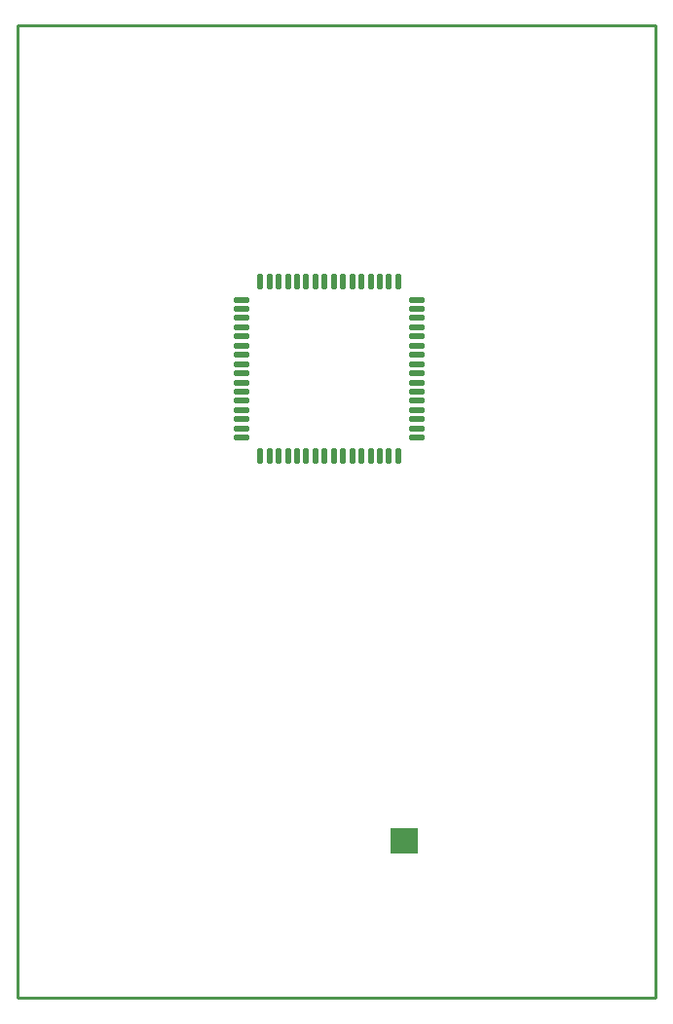
<source format=gtp>
G04 Layer_Color=8421504*
%FSLAX25Y25*%
%MOIN*%
G70*
G01*
G75*
%ADD10O,0.02165X0.05709*%
%ADD11O,0.05709X0.02165*%
%ADD12R,0.02500X0.05000*%
%ADD15C,0.01000*%
%ADD36R,0.09606X0.08661*%
D10*
X405906Y394882D02*
D03*
X402756D02*
D03*
X399606D02*
D03*
X396457D02*
D03*
X393307D02*
D03*
X390157D02*
D03*
X387008D02*
D03*
X383858D02*
D03*
X380709D02*
D03*
X377559D02*
D03*
X374409D02*
D03*
X371260D02*
D03*
X368110D02*
D03*
X364961D02*
D03*
X361811D02*
D03*
X358661D02*
D03*
Y335039D02*
D03*
X361811D02*
D03*
X364961D02*
D03*
X368110D02*
D03*
X371260D02*
D03*
X374409D02*
D03*
X377559D02*
D03*
X380709D02*
D03*
X383858D02*
D03*
X387008D02*
D03*
X390157D02*
D03*
X393307D02*
D03*
X396457D02*
D03*
X399606D02*
D03*
X402756D02*
D03*
X405906D02*
D03*
D11*
X352362Y388583D02*
D03*
Y385433D02*
D03*
Y382283D02*
D03*
Y379134D02*
D03*
Y375984D02*
D03*
Y372835D02*
D03*
Y369685D02*
D03*
Y366535D02*
D03*
Y363386D02*
D03*
Y360236D02*
D03*
Y357087D02*
D03*
Y353937D02*
D03*
Y350787D02*
D03*
Y347638D02*
D03*
Y344488D02*
D03*
Y341339D02*
D03*
X412205D02*
D03*
Y344488D02*
D03*
Y347638D02*
D03*
Y350787D02*
D03*
Y353937D02*
D03*
Y357087D02*
D03*
Y360236D02*
D03*
Y363386D02*
D03*
Y366535D02*
D03*
Y369685D02*
D03*
Y372835D02*
D03*
Y375984D02*
D03*
Y379134D02*
D03*
Y382283D02*
D03*
Y385433D02*
D03*
Y388583D02*
D03*
D12*
X406252Y203543D02*
D03*
X409496D02*
D03*
D15*
X275591Y482283D02*
X277559D01*
X275591Y149606D02*
Y482283D01*
Y149606D02*
X494094D01*
Y482283D01*
X277559D02*
X494094D01*
D36*
X407874Y203543D02*
D03*
M02*

</source>
